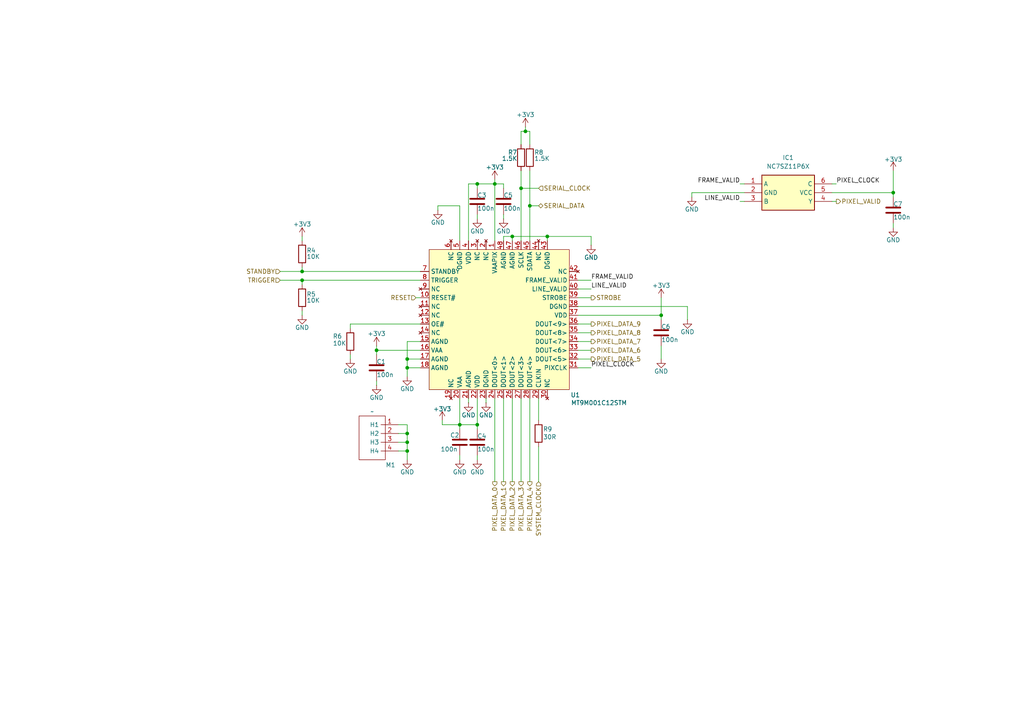
<source format=kicad_sch>
(kicad_sch (version 20250114) (generator "eeschema") (generator_version "9.0")
  (paper "A4")
  (lib_symbols
    (symbol "Device:C" (pin_numbers (hide yes)) (pin_names (offset 0.254))
      (property "Reference" "C" (at 0.635 2.54 0))
      (property "Value" "C" (at 0.635 -2.54 0))
      (symbol "C_0_1"
        (polyline (pts (xy -2.032 0.762) (xy 2.032 0.762)) (stroke (width 0.508)))
        (polyline (pts (xy -2.032 -0.762) (xy 2.032 -0.762)) (stroke (width 0.508)))
      )
      (symbol "C_1_1"
        (pin passive line (at 0 3.81 270) (length 2.794) (name "~") (number "1"))
        (pin passive line (at 0 -3.81 90) (length 2.794) (name "~") (number "2"))
      )
    )
    (symbol "Device:R" (pin_numbers (hide yes)) (pin_names (offset 0))
      (property "Reference" "R" (at 2.032 0 90))
      (property "Value" "R" (at 0 0 90))
      (symbol "R_0_1"
        (rectangle (start -1.016 -2.54) (end 1.016 2.54) (stroke (width 0.254)))
      )
      (symbol "R_1_1"
        (pin passive line (at 0 3.81 270) (length 1.27) (name "~") (number "1"))
        (pin passive line (at 0 -3.81 90) (length 1.27) (name "~") (number "2"))
      )
    )
    (symbol "MT9M001C12STM:MT9M001C12STM"
      (property "Reference" "U" (at 0 0 0))
      (symbol "MT9M001C12STM_1_0"
        (pin bidirectional line (at -22.86 13.97 0) (length 2.54) (name "STANDBY") (number "7"))
        (pin bidirectional line (at -22.86 11.43 0) (length 2.54) (name "TRIGGER") (number "8"))
        (pin no_connect line (at -22.86 8.89 0) (length 2.54) (name "NC") (number "9"))
        (pin no_connect line (at -22.86 3.81 0) (length 2.54) (name "NC") (number "11"))
        (pin no_connect line (at -13.97 22.86 270) (length 2.54) (name "NC") (number "6"))
        (pin no_connect line (at -6.35 22.86 270) (length 2.54) (name "NC") (number "3"))
        (pin no_connect line (at -3.81 22.86 270) (length 2.54) (name "NC") (number "2"))
      )
      (symbol "MT9M001C12STM_1_1"
        (rectangle (start -20.32 20.32) (end 20.32 -20.32) (fill (type background)))
        (pin bidirectional line (at -22.86 6.35 0) (length 2.54) (name "RESET#") (number "10"))
        (pin no_connect line (at -22.86 1.27 0) (length 2.54) (name "NC") (number "12"))
        (pin bidirectional line (at -22.86 -1.27 0) (length 2.54) (name "OE#") (number "13"))
        (pin no_connect line (at -22.86 -3.81 0) (length 2.54) (name "NC") (number "14"))
        (pin power_in line (at -22.86 -6.35 0) (length 2.54) (name "AGND") (number "15"))
        (pin power_in line (at -22.86 -8.89 0) (length 2.54) (name "VAA") (number "16"))
        (pin power_in line (at -22.86 -11.43 0) (length 2.54) (name "AGND") (number "17"))
        (pin power_in line (at -22.86 -13.97 0) (length 2.54) (name "AGND") (number "18"))
        (pin no_connect line (at -13.97 -22.86 90) (length 2.54) (name "NC") (number "19"))
        (pin power_in line (at -11.43 22.86 270) (length 2.54) (name "DGND") (number "5"))
        (pin power_in line (at -11.43 -22.86 90) (length 2.54) (name "VAA") (number "20"))
        (pin power_in line (at -8.89 22.86 270) (length 2.54) (name "VDD") (number "4"))
        (pin power_in line (at -8.89 -22.86 90) (length 2.54) (name "AGND") (number "21"))
        (pin power_in line (at -6.35 -22.86 90) (length 2.54) (name "VDD") (number "22"))
        (pin power_in line (at -3.81 -22.86 90) (length 2.54) (name "DGND") (number "23"))
        (pin power_in line (at -1.27 22.86 270) (length 2.54) (name "VAAPIX") (number "1"))
        (pin output line (at -1.27 -22.86 90) (length 2.54) (name "DOUT<0>") (number "24"))
        (pin power_in line (at 1.27 22.86 270) (length 2.54) (name "AGND") (number "48"))
        (pin output line (at 1.27 -22.86 90) (length 2.54) (name "DOUT<1>") (number "25"))
        (pin power_in line (at 3.81 22.86 270) (length 2.54) (name "AGND") (number "47"))
        (pin output line (at 3.81 -22.86 90) (length 2.54) (name "DOUT<2>") (number "26"))
        (pin bidirectional line (at 6.35 22.86 270) (length 2.54) (name "SCLK") (number "46"))
        (pin output line (at 6.35 -22.86 90) (length 2.54) (name "DOUT<3>") (number "27"))
        (pin bidirectional line (at 8.89 22.86 270) (length 2.54) (name "SDATA") (number "45"))
        (pin output line (at 8.89 -22.86 90) (length 2.54) (name "DOUT<4>") (number "28"))
        (pin no_connect line (at 11.43 22.86 270) (length 2.54) (name "NC") (number "44"))
        (pin bidirectional line (at 11.43 -22.86 90) (length 2.54) (name "CLKIN") (number "29"))
        (pin power_in line (at 13.97 22.86 270) (length 2.54) (name "DGND") (number "43"))
        (pin no_connect line (at 13.97 -22.86 90) (length 2.54) (name "NC") (number "30"))
        (pin no_connect line (at 22.86 13.97 180) (length 2.54) (name "NC") (number "42"))
        (pin bidirectional line (at 22.86 11.43 180) (length 2.54) (name "FRAME_VALID") (number "41"))
        (pin bidirectional line (at 22.86 8.89 180) (length 2.54) (name "LINE_VALID") (number "40"))
        (pin bidirectional line (at 22.86 6.35 180) (length 2.54) (name "STROBE") (number "39"))
        (pin power_in line (at 22.86 3.81 180) (length 2.54) (name "DGND") (number "38"))
        (pin power_in line (at 22.86 1.27 180) (length 2.54) (name "VDD") (number "37"))
        (pin output line (at 22.86 -1.27 180) (length 2.54) (name "DOUT<9>") (number "36"))
        (pin output line (at 22.86 -3.81 180) (length 2.54) (name "DOUT<8>") (number "35"))
        (pin output line (at 22.86 -6.35 180) (length 2.54) (name "DOUT<7>") (number "34"))
        (pin output line (at 22.86 -8.89 180) (length 2.54) (name "DOUT<6>") (number "33"))
        (pin output line (at 22.86 -11.43 180) (length 2.54) (name "DOUT<5>") (number "32"))
        (pin input line (at 22.86 -13.97 180) (length 2.54) (name "PIXCLK") (number "31"))
      )
    )
    (symbol "NC7SZ11P6X:NC7SZ11P6X"
      (property "Reference" "IC" (at 21.59 7.62 0))
      (property "Value" "NC7SZ11P6X" (at 21.59 5.08 0))
      (symbol "NC7SZ11P6X_1_1"
        (rectangle (start 5.08 2.54) (end 20.32 -7.62) (stroke (width 0.254)) (fill (type background)))
        (pin passive line (at 0 0 0) (length 5.08) (name "A") (number "1"))
        (pin passive line (at 0 -2.54 0) (length 5.08) (name "GND") (number "2"))
        (pin passive line (at 0 -5.08 0) (length 5.08) (name "B") (number "3"))
        (pin passive line (at 25.4 0 180) (length 5.08) (name "C") (number "6"))
        (pin passive line (at 25.4 -2.54 180) (length 5.08) (name "VCC") (number "5"))
        (pin passive line (at 25.4 -5.08 180) (length 5.08) (name "Y") (number "4"))
      )
    )
    (symbol "c-mount-03:c-mount-03"
      (property "Reference" "M" (at 0 -9.906 0))
      (symbol "c-mount-03_0_1"
        (rectangle (start -3.81 6.35) (end 3.81 -6.35))
      )
      (symbol "c-mount-03_1_1"
        (pin passive line (at 7.62 3.81 180) (length 5.08) (name "H1") (number "1"))
        (pin passive line (at 7.62 1.27 180) (length 5.08) (name "H2") (number "2"))
        (pin passive line (at 7.62 -1.27 180) (length 5.08) (name "H3") (number "3"))
        (pin passive line (at 7.62 -3.81 180) (length 5.08) (name "H4") (number "4"))
      )
    )
    (symbol "power:+3V3" (power) (pin_names (offset 0))
      (property "Value" "+3V3" (at 0 3.556 0))
      (symbol "+3V3_0_1"
        (polyline (pts (xy -0.762 1.27) (xy 0 2.54)))
        (polyline (pts (xy 0 2.54) (xy 0.762 1.27)))
        (polyline (pts (xy 0 0) (xy 0 2.54)))
      )
      (symbol "+3V3_1_1"
        (pin power_in line (at 0 0 90) (length 0) (hide yes) (name "+3V3") (number "1"))
      )
    )
    (symbol "power:GND" (power) (pin_numbers (hide yes)) (pin_names (offset 0) (hide yes))
      (property "Value" "GND" (at 0 -3.81 0))
      (symbol "GND_0_1"
        (polyline (pts (xy 0 0) (xy 0 -1.27) (xy 1.27 -1.27) (xy 0 -2.54) (xy -1.27 -1.27) (xy 0 -1.27)))
      )
      (symbol "GND_1_1"
        (pin power_in line (at 0 0 270) (length 0) (name "~") (number "1"))
      )
    )
  )
  (junction (at 118.11 128.27))
  (junction (at 158.75 68.58))
  (junction (at 118.11 106.68))
  (junction (at 152.4 38.1))
  (junction (at 118.11 125.73))
  (junction (at 109.22 101.6))
  (junction (at 87.63 78.74))
  (junction (at 138.43 53.34))
  (junction (at 138.43 123.19))
  (junction (at 153.67 59.69))
  (junction (at 151.13 54.61))
  (junction (at 143.51 53.34))
  (junction (at 259.08 55.88))
  (junction (at 191.77 91.44))
  (junction (at 118.11 104.14))
  (junction (at 133.35 123.19))
  (junction (at 87.63 81.28))
  (junction (at 118.11 130.81))
  (junction (at 148.59 68.58))
  (wire (pts (xy 148.59 68.58) (xy 158.75 68.58)))
  (wire (pts (xy 151.13 49.53) (xy 151.13 54.61)))
  (wire (pts (xy 148.59 69.85) (xy 148.59 68.58)))
  (wire (pts (xy 214.63 58.42) (xy 215.9 58.42)))
  (wire (pts (xy 146.05 69.85) (xy 146.05 68.58)))
  (wire (pts (xy 133.35 115.57) (xy 133.35 123.19)))
  (wire (pts (xy 156.21 139.7) (xy 156.21 129.54)))
  (wire (pts (xy 151.13 54.61) (xy 151.13 69.85)))
  (wire (pts (xy 109.22 101.6) (xy 121.92 101.6)))
  (wire (pts (xy 146.05 53.34) (xy 143.51 53.34)))
  (wire (pts (xy 242.57 53.34) (xy 241.3 53.34)))
  (wire (pts (xy 87.63 81.28) (xy 121.92 81.28)))
  (wire (pts (xy 153.67 115.57) (xy 153.67 139.7)))
  (wire (pts (xy 158.75 69.85) (xy 158.75 68.58)))
  (wire (pts (xy 171.45 68.58) (xy 171.45 71.12)))
  (wire (pts (xy 138.43 123.19) (xy 133.35 123.19)))
  (wire (pts (xy 128.27 123.19) (xy 133.35 123.19)))
  (wire (pts (xy 171.45 104.14) (xy 167.64 104.14)))
  (wire (pts (xy 153.67 38.1) (xy 152.4 38.1)))
  (wire (pts (xy 133.35 132.08) (xy 133.35 133.35)))
  (wire (pts (xy 143.51 53.34) (xy 143.51 69.85)))
  (wire (pts (xy 151.13 38.1) (xy 151.13 41.91)))
  (wire (pts (xy 153.67 49.53) (xy 153.67 59.69)))
  (wire (pts (xy 151.13 54.61) (xy 156.21 54.61)))
  (wire (pts (xy 171.45 106.68) (xy 167.64 106.68)))
  (wire (pts (xy 242.57 58.42) (xy 241.3 58.42)))
  (wire (pts (xy 153.67 41.91) (xy 153.67 38.1)))
  (wire (pts (xy 87.63 82.55) (xy 87.63 81.28)))
  (wire (pts (xy 87.63 78.74) (xy 121.92 78.74)))
  (wire (pts (xy 128.27 121.92) (xy 128.27 123.19)))
  (wire (pts (xy 81.28 78.74) (xy 87.63 78.74)))
  (wire (pts (xy 167.64 91.44) (xy 191.77 91.44)))
  (wire (pts (xy 138.43 54.61) (xy 138.43 53.34)))
  (wire (pts (xy 115.57 130.81) (xy 118.11 130.81)))
  (wire (pts (xy 191.77 92.71) (xy 191.77 91.44)))
  (wire (pts (xy 143.51 53.34) (xy 138.43 53.34)))
  (wire (pts (xy 200.66 57.15) (xy 200.66 55.88)))
  (wire (pts (xy 118.11 99.06) (xy 118.11 104.14)))
  (wire (pts (xy 158.75 68.58) (xy 171.45 68.58)))
  (wire (pts (xy 200.66 55.88) (xy 215.9 55.88)))
  (wire (pts (xy 167.64 96.52) (xy 171.45 96.52)))
  (wire (pts (xy 151.13 115.57) (xy 151.13 139.7)))
  (wire (pts (xy 259.08 66.04) (xy 259.08 64.77)))
  (wire (pts (xy 152.4 36.83) (xy 152.4 38.1)))
  (wire (pts (xy 133.35 124.46) (xy 133.35 123.19)))
  (wire (pts (xy 143.51 139.7) (xy 143.51 115.57)))
  (wire (pts (xy 259.08 55.88) (xy 259.08 49.53)))
  (wire (pts (xy 87.63 77.47) (xy 87.63 78.74)))
  (wire (pts (xy 109.22 102.87) (xy 109.22 101.6)))
  (wire (pts (xy 81.28 81.28) (xy 87.63 81.28)))
  (wire (pts (xy 214.63 53.34) (xy 215.9 53.34)))
  (wire (pts (xy 121.92 99.06) (xy 118.11 99.06)))
  (wire (pts (xy 101.6 104.14) (xy 101.6 102.87)))
  (wire (pts (xy 156.21 121.92) (xy 156.21 115.57)))
  (wire (pts (xy 171.45 86.36) (xy 167.64 86.36)))
  (wire (pts (xy 153.67 59.69) (xy 153.67 69.85)))
  (wire (pts (xy 156.21 59.69) (xy 153.67 59.69)))
  (wire (pts (xy 115.57 123.19) (xy 118.11 123.19)))
  (wire (pts (xy 171.45 83.82) (xy 167.64 83.82)))
  (wire (pts (xy 167.64 93.98) (xy 171.45 93.98)))
  (wire (pts (xy 135.89 53.34) (xy 135.89 69.85)))
  (wire (pts (xy 101.6 93.98) (xy 101.6 95.25)))
  (wire (pts (xy 167.64 99.06) (xy 171.45 99.06)))
  (wire (pts (xy 109.22 110.49) (xy 109.22 111.76)))
  (wire (pts (xy 146.05 68.58) (xy 148.59 68.58)))
  (wire (pts (xy 167.64 88.9) (xy 199.39 88.9)))
  (wire (pts (xy 143.51 52.07) (xy 143.51 53.34)))
  (wire (pts (xy 115.57 125.73) (xy 118.11 125.73)))
  (wire (pts (xy 146.05 115.57) (xy 146.05 139.7)))
  (wire (pts (xy 171.45 81.28) (xy 167.64 81.28)))
  (wire (pts (xy 140.97 116.84) (xy 140.97 115.57)))
  (wire (pts (xy 127 59.69) (xy 127 60.96)))
  (wire (pts (xy 138.43 124.46) (xy 138.43 123.19)))
  (wire (pts (xy 115.57 128.27) (xy 118.11 128.27)))
  (wire (pts (xy 133.35 59.69) (xy 127 59.69)))
  (wire (pts (xy 118.11 104.14) (xy 118.11 106.68)))
  (wire (pts (xy 241.3 55.88) (xy 259.08 55.88)))
  (wire (pts (xy 118.11 125.73) (xy 118.11 128.27)))
  (wire (pts (xy 259.08 57.15) (xy 259.08 55.88)))
  (wire (pts (xy 118.11 128.27) (xy 118.11 130.81)))
  (wire (pts (xy 152.4 38.1) (xy 151.13 38.1)))
  (wire (pts (xy 87.63 68.58) (xy 87.63 69.85)))
  (wire (pts (xy 87.63 91.44) (xy 87.63 90.17)))
  (wire (pts (xy 138.43 132.08) (xy 138.43 133.35)))
  (wire (pts (xy 171.45 101.6) (xy 167.64 101.6)))
  (wire (pts (xy 109.22 100.33) (xy 109.22 101.6)))
  (wire (pts (xy 101.6 93.98) (xy 121.92 93.98)))
  (wire (pts (xy 191.77 91.44) (xy 191.77 86.36)))
  (wire (pts (xy 118.11 130.81) (xy 118.11 133.35)))
  (wire (pts (xy 191.77 100.33) (xy 191.77 104.14)))
  (wire (pts (xy 138.43 53.34) (xy 135.89 53.34)))
  (wire (pts (xy 146.05 62.23) (xy 146.05 63.5)))
  (wire (pts (xy 199.39 88.9) (xy 199.39 92.71)))
  (wire (pts (xy 118.11 106.68) (xy 121.92 106.68)))
  (wire (pts (xy 138.43 62.23) (xy 138.43 63.5)))
  (wire (pts (xy 133.35 69.85) (xy 133.35 59.69)))
  (wire (pts (xy 138.43 115.57) (xy 138.43 123.19)))
  (wire (pts (xy 135.89 116.84) (xy 135.89 115.57)))
  (wire (pts (xy 118.11 123.19) (xy 118.11 125.73)))
  (wire (pts (xy 120.65 86.36) (xy 121.92 86.36)))
  (wire (pts (xy 118.11 109.22) (xy 118.11 106.68)))
  (wire (pts (xy 148.59 115.57) (xy 148.59 139.7)))
  (wire (pts (xy 121.92 104.14) (xy 118.11 104.14)))
  (wire (pts (xy 146.05 54.61) (xy 146.05 53.34)))
  (label "FRAME_VALID" (at 214.63 53.34 180))
  (label "LINE_VALID" (at 214.63 58.42 180))
  (label "FRAME_VALID" (at 171.45 81.28 0))
  (label "PIXEL_CLOCK" (at 171.45 106.68 0))
  (label "PIXEL_CLOCK" (at 242.57 53.34 0))
  (label "LINE_VALID" (at 171.45 83.82 0))
  (hierarchical_label "PIXEL_DATA_0" (shape output) (at 143.51 139.7 270))
  (hierarchical_label "TRIGGER" (shape input) (at 81.28 81.28 180))
  (hierarchical_label "SERIAL_CLOCK" (shape input) (at 156.21 54.61 0))
  (hierarchical_label "PIXEL_DATA_9" (shape output) (at 171.45 93.98 0))
  (hierarchical_label "RESET" (shape input) (at 120.65 86.36 180))
  (hierarchical_label "PIXEL_DATA_3" (shape output) (at 151.13 139.7 270))
  (hierarchical_label "SYSTEM_CLOCK" (shape input) (at 156.21 139.7 270))
  (hierarchical_label "SERIAL_DATA" (shape bidirectional) (at 156.21 59.69 0))
  (hierarchical_label "PIXEL_DATA_6" (shape output) (at 171.45 101.6 0))
  (hierarchical_label "PIXEL_DATA_7" (shape output) (at 171.45 99.06 0))
  (hierarchical_label "PIXEL_DATA_8" (shape output) (at 171.45 96.52 0))
  (hierarchical_label "PIXEL_DATA_2" (shape output) (at 148.59 139.7 270))
  (hierarchical_label "PIXEL_DATA_4" (shape output) (at 153.67 139.7 270))
  (hierarchical_label "STANDBY" (shape input) (at 81.28 78.74 180))
  (hierarchical_label "PIXEL_DATA_5" (shape output) (at 171.45 104.14 0))
  (hierarchical_label "PIXEL_DATA_1" (shape output) (at 146.05 139.7 270))
  (hierarchical_label "PIXEL_VALID" (shape output) (at 242.57 58.42 0))
  (hierarchical_label "STROBE" (shape output) (at 171.45 86.36 0))
  (symbol (lib_id "power:+3V3") (at 128.27 121.92 0) (unit 1)
    (property "Reference" "#PWR015" (effects (hide yes)))
    (property "Value" "+3V3" (at 128.27 118.618 0))
  )
  (symbol (lib_id "power:GND") (at 171.45 71.12 0) (unit 1)
    (property "Reference" "#PWR024" (effects (hide yes)))
    (property "Value" "GND" (at 171.45 74.676 0))
    (property "Description" "Power symbol creates a global label with name \"GND\" , ground" (effects (hide yes)))
  )
  (symbol (lib_id "Device:R") (at 87.63 86.36 0) (unit 1)
    (property "Reference" "R5" (at 88.9 85.344 0) (effects (justify left)))
    (property "Value" "10K" (at 88.9 87.122 0) (effects (justify left)))
    (property "Footprint" "Resistor_SMD:R_0402_1005Metric" (effects (hide yes)))
    (property "Description" "Resistor" (effects (hide yes)))
  )
  (symbol (lib_id "power:GND") (at 135.89 116.84 0) (unit 1)
    (property "Reference" "#PWR017" (effects (hide yes)))
    (property "Value" "GND" (at 135.89 120.396 0))
    (property "Description" "Power symbol creates a global label with name \"GND\" , ground" (effects (hide yes)))
  )
  (symbol (lib_id "MT9M001C12STM:MT9M001C12STM") (at 144.78 92.71 0) (unit 1)
    (property "Reference" "U1" (at 166.878 114.554 0))
    (property "Value" "MT9M001C12STM" (at 173.736 116.84 0))
    (property "Footprint" "components:MT9M001C12STM" (effects (hide yes)))
  )
  (symbol (lib_id "Device:R") (at 156.21 125.73 0) (unit 1)
    (property "Reference" "R9" (at 157.48 124.46 0) (effects (justify left)))
    (property "Value" "30R" (at 157.48 126.746 0) (effects (justify left)))
    (property "Footprint" "Resistor_SMD:R_0402_1005Metric" (effects (hide yes)))
    (property "Description" "Resistor" (effects (hide yes)))
  )
  (symbol (lib_id "power:GND") (at 259.08 66.04 0) (unit 1)
    (property "Reference" "#PWR030" (effects (hide yes)))
    (property "Value" "GND" (at 259.08 69.596 0))
    (property "Description" "Power symbol creates a global label with name \"GND\" , ground" (effects (hide yes)))
  )
  (symbol (lib_id "power:GND") (at 133.35 133.35 0) (unit 1)
    (property "Reference" "#PWR016" (effects (hide yes)))
    (property "Value" "GND" (at 133.35 136.906 0))
    (property "Description" "Power symbol creates a global label with name \"GND\" , ground" (effects (hide yes)))
  )
  (symbol (lib_id "Device:C") (at 146.05 58.42 180) (unit 1)
    (property "Reference" "C5" (at 146.05 56.642 0) (effects (justify right)))
    (property "Value" "100n" (at 146.05 60.452 0) (effects (justify right)))
    (property "Footprint" "Capacitor_SMD:C_0402_1005Metric" (effects (hide yes)))
    (property "Description" "Unpolarized capacitor" (effects (hide yes)))
  )
  (symbol (lib_id "Device:R") (at 151.13 45.72 0) (unit 1)
    (property "Reference" "R7" (at 147.32 44.196 0) (effects (justify left)))
    (property "Value" "1.5K" (at 145.542 45.974 0) (effects (justify left)))
    (property "Footprint" "Resistor_SMD:R_0402_1005Metric" (effects (hide yes)))
    (property "Description" "Resistor" (effects (hide yes)))
  )
  (symbol (lib_id "power:+3V3") (at 152.4 36.83 0) (unit 1)
    (property "Reference" "#PWR023" (effects (hide yes)))
    (property "Value" "+3V3" (at 152.4 33.274 0))
  )
  (symbol (lib_id "Device:C") (at 138.43 58.42 180) (unit 1)
    (property "Reference" "C3" (at 138.43 56.642 0) (effects (justify right)))
    (property "Value" "100n" (at 138.43 60.452 0) (effects (justify right)))
    (property "Footprint" "Capacitor_SMD:C_0402_1005Metric" (effects (hide yes)))
    (property "Description" "Unpolarized capacitor" (effects (hide yes)))
  )
  (symbol (lib_id "power:GND") (at 146.05 63.5 0) (unit 1)
    (property "Reference" "#PWR022" (effects (hide yes)))
    (property "Value" "GND" (at 146.05 67.056 0))
    (property "Description" "Power symbol creates a global label with name \"GND\" , ground" (effects (hide yes)))
  )
  (symbol (lib_id "power:+3V3") (at 109.22 100.33 0) (unit 1)
    (property "Reference" "#PWR010" (effects (hide yes)))
    (property "Value" "+3V3" (at 109.22 96.774 0))
  )
  (symbol (lib_id "Device:R") (at 153.67 45.72 0) (unit 1)
    (property "Reference" "R8" (at 154.94 44.196 0) (effects (justify left)))
    (property "Value" "1.5K" (at 154.94 45.974 0) (effects (justify left)))
    (property "Footprint" "Resistor_SMD:R_0402_1005Metric" (effects (hide yes)))
    (property "Description" "Resistor" (effects (hide yes)))
  )
  (symbol (lib_id "power:GND") (at 118.11 133.35 0) (unit 1)
    (property "Reference" "#PWR013" (effects (hide yes)))
    (property "Value" "GND" (at 118.11 136.906 0))
    (property "Description" "Power symbol creates a global label with name \"GND\" , ground" (effects (hide yes)))
  )
  (symbol (lib_id "power:GND") (at 138.43 133.35 0) (unit 1)
    (property "Reference" "#PWR019" (effects (hide yes)))
    (property "Value" "GND" (at 138.43 136.906 0))
    (property "Description" "Power symbol creates a global label with name \"GND\" , ground" (effects (hide yes)))
  )
  (symbol (lib_id "power:+3V3") (at 191.77 86.36 0) (unit 1)
    (property "Reference" "#PWR025" (effects (hide yes)))
    (property "Value" "+3V3" (at 191.77 82.804 0))
  )
  (symbol (lib_id "power:GND") (at 200.66 57.15 0) (unit 1)
    (property "Reference" "#PWR028" (effects (hide yes)))
    (property "Value" "GND" (at 200.66 60.706 0))
    (property "Description" "Power symbol creates a global label with name \"GND\" , ground" (effects (hide yes)))
  )
  (symbol (lib_id "power:GND") (at 101.6 104.14 0) (unit 1)
    (property "Reference" "#PWR09" (effects (hide yes)))
    (property "Value" "GND" (at 101.6 107.696 0))
    (property "Description" "Power symbol creates a global label with name \"GND\" , ground" (effects (hide yes)))
  )
  (symbol (lib_id "power:GND") (at 199.39 92.71 0) (unit 1)
    (property "Reference" "#PWR027" (effects (hide yes)))
    (property "Value" "GND" (at 199.39 96.266 0))
    (property "Description" "Power symbol creates a global label with name \"GND\" , ground" (effects (hide yes)))
  )
  (symbol (lib_id "Device:C") (at 109.22 106.68 180) (unit 1)
    (property "Reference" "C1" (at 109.22 104.902 0) (effects (justify right)))
    (property "Value" "100n" (at 109.22 108.712 0) (effects (justify right)))
    (property "Footprint" "Capacitor_SMD:C_0402_1005Metric" (effects (hide yes)))
    (property "Description" "Unpolarized capacitor" (effects (hide yes)))
  )
  (symbol (lib_id "power:GND") (at 138.43 63.5 0) (unit 1)
    (property "Reference" "#PWR018" (effects (hide yes)))
    (property "Value" "GND" (at 138.43 67.056 0))
    (property "Description" "Power symbol creates a global label with name \"GND\" , ground" (effects (hide yes)))
  )
  (symbol (lib_id "power:GND") (at 118.11 109.22 0) (unit 1)
    (property "Reference" "#PWR012" (effects (hide yes)))
    (property "Value" "GND" (at 118.11 112.776 0))
    (property "Description" "Power symbol creates a global label with name \"GND\" , ground" (effects (hide yes)))
  )
  (symbol (lib_id "power:GND") (at 191.77 104.14 0) (unit 1)
    (property "Reference" "#PWR026" (effects (hide yes)))
    (property "Value" "GND" (at 191.77 107.696 0))
    (property "Description" "Power symbol creates a global label with name \"GND\" , ground" (effects (hide yes)))
  )
  (symbol (lib_id "power:+3V3") (at 87.63 68.58 0) (unit 1)
    (property "Reference" "#PWR07" (effects (hide yes)))
    (property "Value" "+3V3" (at 87.63 65.024 0))
  )
  (symbol (lib_id "c-mount-03:c-mount-03") (at 107.95 127 0) (unit 1)
    (property "Reference" "M1" (at 113.284 134.874 0))
    (property "Value" "~" (at 107.95 119.38 0))
    (property "Footprint" "components:c-mount-03" (effects (hide yes)))
  )
  (symbol (lib_id "Device:C") (at 133.35 128.27 180) (unit 1)
    (property "Reference" "C2" (at 130.556 126.238 0) (effects (justify right)))
    (property "Value" "100n" (at 127.762 130.302 0) (effects (justify right)))
    (property "Footprint" "Capacitor_SMD:C_0402_1005Metric" (effects (hide yes)))
    (property "Description" "Unpolarized capacitor" (effects (hide yes)))
  )
  (symbol (lib_id "Device:R") (at 87.63 73.66 0) (unit 1)
    (property "Reference" "R4" (at 88.9 72.644 0) (effects (justify left)))
    (property "Value" "10K" (at 88.9 74.422 0) (effects (justify left)))
    (property "Footprint" "Resistor_SMD:R_0402_1005Metric" (effects (hide yes)))
    (property "Description" "Resistor" (effects (hide yes)))
  )
  (symbol (lib_id "power:GND") (at 87.63 91.44 0) (unit 1)
    (property "Reference" "#PWR08" (effects (hide yes)))
    (property "Value" "GND" (at 87.63 94.996 0))
    (property "Description" "Power symbol creates a global label with name \"GND\" , ground" (effects (hide yes)))
  )
  (symbol (lib_id "power:GND") (at 127 60.96 0) (unit 1)
    (property "Reference" "#PWR014" (effects (hide yes)))
    (property "Value" "GND" (at 127 64.516 0))
    (property "Description" "Power symbol creates a global label with name \"GND\" , ground" (effects (hide yes)))
  )
  (symbol (lib_id "power:+3V3") (at 259.08 49.53 0) (unit 1)
    (property "Reference" "#PWR029" (effects (hide yes)))
    (property "Value" "+3V3" (at 259.08 46.228 0))
  )
  (symbol (lib_id "NC7SZ11P6X:NC7SZ11P6X") (at 215.9 53.34 0) (unit 1)
    (property "Reference" "IC1" (at 228.6 45.72 0))
    (property "Value" "NC7SZ11P6X" (at 228.6 48.26 0))
    (property "Footprint" "components:NC7SZ11P6X" (effects (hide yes)))
    (property "Datasheet" "https://www.onsemi.com/pub/Collateral/NC7SZ11-D.PDF" (effects (hide yes)))
    (property "Description" "Broad VCC Operating Range; 1.65V to 5.5V; Space saving SC70 6-lead package; Ultra small MicroPak leadless package; Ultra High Speed; tPD 2.7 ns Typ into 50 pF at 5V VCC; High Output Drive; +/-24 mA at 3V VCC; Power down high impedance inputs/output; Overvoltage tolerant inputs facilitate 5V to 3V translation; Patented noise/EMI reduction circuitry implemented" (effects (hide yes)))
    (property "Height" "1.1" (effects (hide yes)))
    (property "Mouser Part Number" "512-NC7SZ11P6X" (effects (hide yes)))
    (property "Mouser Price/Stock" "https://www.mouser.co.uk/ProductDetail/ON-Semiconductor-Fairchild/NC7SZ11P6X?qs=cGxLhl670qdSvFTFK9sNGA%3D%3D" (effects (hide yes)))
    (property "Manufacturer_Name" "onsemi" (effects (hide yes)))
    (property "Manufacturer_Part_Number" "NC7SZ11P6X" (effects (hide yes)))
  )
  (symbol (lib_id "Device:C") (at 138.43 128.27 180) (unit 1)
    (property "Reference" "C4" (at 138.43 126.492 0) (effects (justify right)))
    (property "Value" "100n" (at 138.43 130.302 0) (effects (justify right)))
    (property "Footprint" "Capacitor_SMD:C_0402_1005Metric" (effects (hide yes)))
    (property "Description" "Unpolarized capacitor" (effects (hide yes)))
  )
  (symbol (lib_id "Device:R") (at 101.6 99.06 0) (unit 1)
    (property "Reference" "R6" (at 96.52 97.536 0) (effects (justify left)))
    (property "Value" "10K" (at 96.52 99.568 0) (effects (justify left)))
    (property "Footprint" "Resistor_SMD:R_0402_1005Metric" (effects (hide yes)))
    (property "Description" "Resistor" (effects (hide yes)))
  )
  (symbol (lib_id "power:GND") (at 140.97 116.84 0) (unit 1)
    (property "Reference" "#PWR020" (effects (hide yes)))
    (property "Value" "GND" (at 140.97 120.396 0))
    (property "Description" "Power symbol creates a global label with name \"GND\" , ground" (effects (hide yes)))
  )
  (symbol (lib_id "Device:C") (at 191.77 96.52 180) (unit 1)
    (property "Reference" "C6" (at 191.77 94.742 0) (effects (justify right)))
    (property "Value" "100n" (at 191.77 98.552 0) (effects (justify right)))
    (property "Footprint" "Capacitor_SMD:C_0402_1005Metric" (effects (hide yes)))
    (property "Description" "Unpolarized capacitor" (effects (hide yes)))
  )
  (symbol (lib_id "power:+3V3") (at 143.51 52.07 0) (unit 1)
    (property "Reference" "#PWR021" (effects (hide yes)))
    (property "Value" "+3V3" (at 143.51 48.514 0))
  )
  (symbol (lib_id "Device:C") (at 259.08 60.96 180) (unit 1)
    (property "Reference" "C7" (at 259.08 59.182 0) (effects (justify right)))
    (property "Value" "100n" (at 259.08 62.992 0) (effects (justify right)))
    (property "Footprint" "Capacitor_SMD:C_0402_1005Metric" (effects (hide yes)))
    (property "Description" "Unpolarized capacitor" (effects (hide yes)))
  )
  (symbol (lib_id "power:GND") (at 109.22 111.76 0) (unit 1)
    (property "Reference" "#PWR011" (effects (hide yes)))
    (property "Value" "GND" (at 109.22 115.316 0))
    (property "Description" "Power symbol creates a global label with name \"GND\" , ground" (effects (hide yes)))
  )
)
</source>
